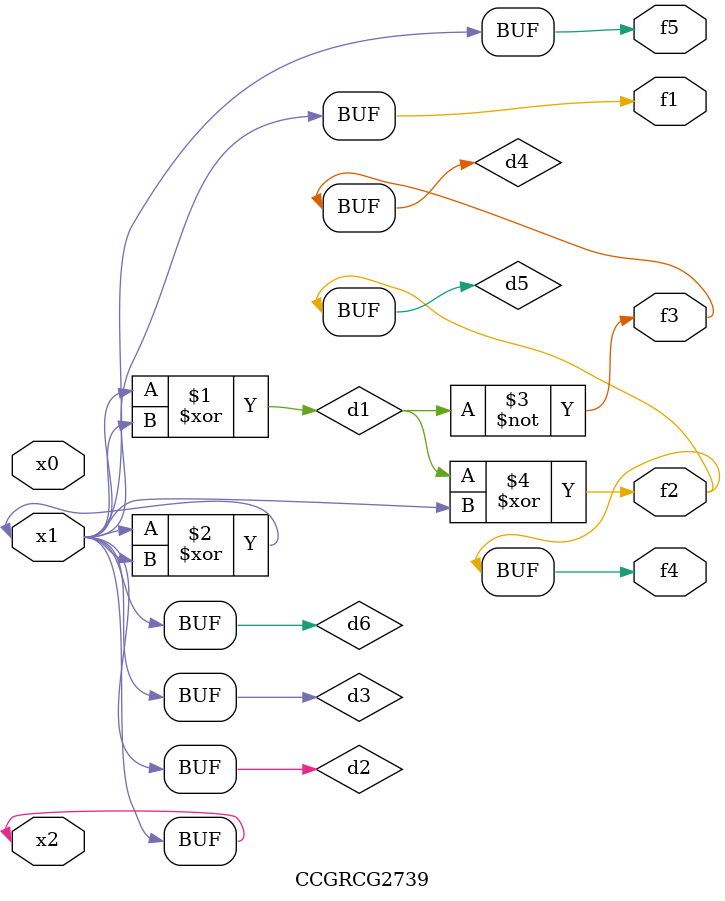
<source format=v>
module CCGRCG2739(
	input x0, x1, x2,
	output f1, f2, f3, f4, f5
);

	wire d1, d2, d3, d4, d5, d6;

	xor (d1, x1, x2);
	buf (d2, x1, x2);
	xor (d3, x1, x2);
	nor (d4, d1);
	xor (d5, d1, d2);
	buf (d6, d2, d3);
	assign f1 = d6;
	assign f2 = d5;
	assign f3 = d4;
	assign f4 = d5;
	assign f5 = d6;
endmodule

</source>
